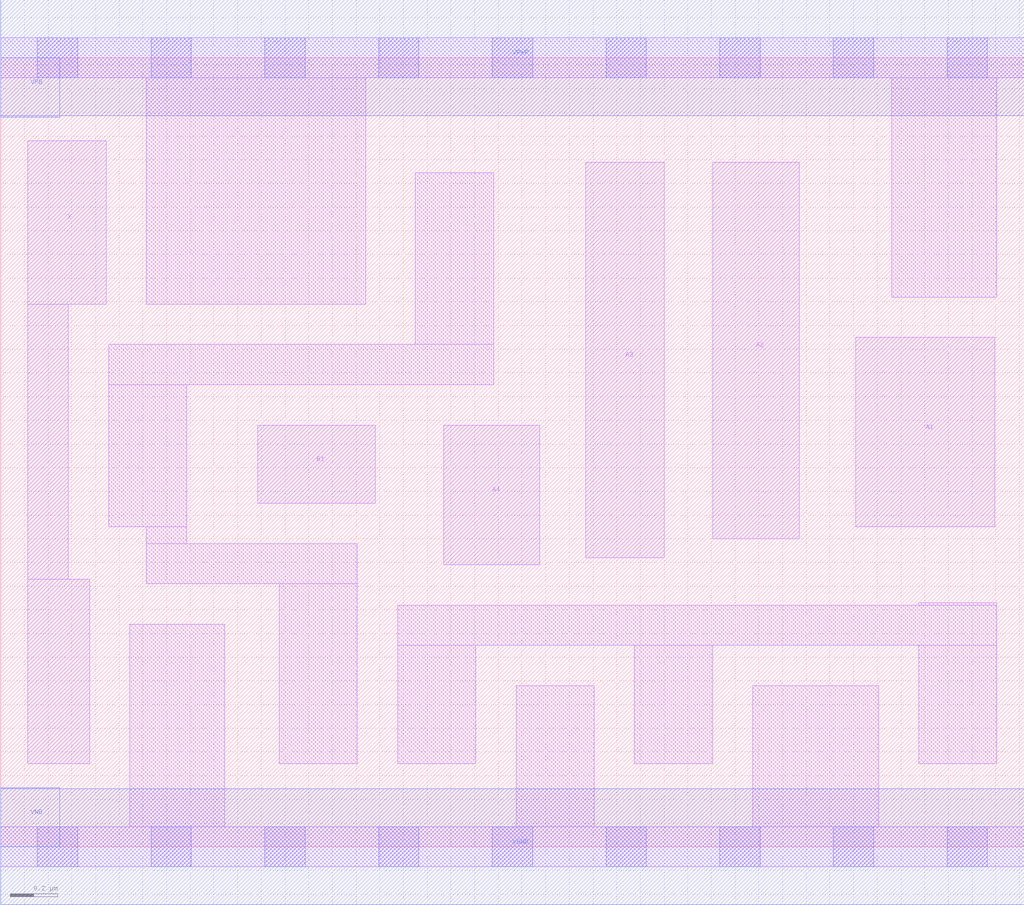
<source format=lef>
# Copyright 2020 The SkyWater PDK Authors
#
# Licensed under the Apache License, Version 2.0 (the "License");
# you may not use this file except in compliance with the License.
# You may obtain a copy of the License at
#
#     https://www.apache.org/licenses/LICENSE-2.0
#
# Unless required by applicable law or agreed to in writing, software
# distributed under the License is distributed on an "AS IS" BASIS,
# WITHOUT WARRANTIES OR CONDITIONS OF ANY KIND, either express or implied.
# See the License for the specific language governing permissions and
# limitations under the License.
#
# SPDX-License-Identifier: Apache-2.0

VERSION 5.5 ;
NAMESCASESENSITIVE ON ;
BUSBITCHARS "[]" ;
DIVIDERCHAR "/" ;
MACRO sky130_fd_sc_hs__o41a_1
  CLASS CORE ;
  SOURCE USER ;
  ORIGIN  0.000000  0.000000 ;
  SIZE  4.320000 BY  3.330000 ;
  SYMMETRY X Y ;
  SITE unit ;
  PIN A1
    ANTENNAGATEAREA  0.264000 ;
    DIRECTION INPUT ;
    USE SIGNAL ;
    PORT
      LAYER li1 ;
        RECT 3.610000 1.350000 4.195000 2.150000 ;
    END
  END A1
  PIN A2
    ANTENNAGATEAREA  0.264000 ;
    DIRECTION INPUT ;
    USE SIGNAL ;
    PORT
      LAYER li1 ;
        RECT 3.005000 1.300000 3.370000 2.890000 ;
    END
  END A2
  PIN A3
    ANTENNAGATEAREA  0.264000 ;
    DIRECTION INPUT ;
    USE SIGNAL ;
    PORT
      LAYER li1 ;
        RECT 2.470000 1.220000 2.800000 2.890000 ;
    END
  END A3
  PIN A4
    ANTENNAGATEAREA  0.264000 ;
    DIRECTION INPUT ;
    USE SIGNAL ;
    PORT
      LAYER li1 ;
        RECT 1.870000 1.190000 2.275000 1.780000 ;
    END
  END A4
  PIN B1
    ANTENNAGATEAREA  0.222000 ;
    DIRECTION INPUT ;
    USE SIGNAL ;
    PORT
      LAYER li1 ;
        RECT 1.085000 1.450000 1.580000 1.780000 ;
    END
  END B1
  PIN X
    ANTENNADIFFAREA  0.541300 ;
    DIRECTION OUTPUT ;
    USE SIGNAL ;
    PORT
      LAYER li1 ;
        RECT 0.115000 0.350000 0.375000 1.130000 ;
        RECT 0.115000 1.130000 0.285000 2.290000 ;
        RECT 0.115000 2.290000 0.445000 2.980000 ;
    END
  END X
  PIN VGND
    DIRECTION INOUT ;
    USE GROUND ;
    PORT
      LAYER met1 ;
        RECT 0.000000 -0.245000 4.320000 0.245000 ;
    END
  END VGND
  PIN VNB
    DIRECTION INOUT ;
    USE GROUND ;
    PORT
      LAYER met1 ;
        RECT 0.000000 0.000000 0.250000 0.250000 ;
    END
  END VNB
  PIN VPB
    DIRECTION INOUT ;
    USE POWER ;
    PORT
      LAYER met1 ;
        RECT 0.000000 3.080000 0.250000 3.330000 ;
    END
  END VPB
  PIN VPWR
    DIRECTION INOUT ;
    USE POWER ;
    PORT
      LAYER met1 ;
        RECT 0.000000 3.085000 4.320000 3.575000 ;
    END
  END VPWR
  OBS
    LAYER li1 ;
      RECT 0.000000 -0.085000 4.320000 0.085000 ;
      RECT 0.000000  3.245000 4.320000 3.415000 ;
      RECT 0.455000  1.350000 0.785000 1.950000 ;
      RECT 0.455000  1.950000 2.080000 2.120000 ;
      RECT 0.545000  0.085000 0.945000 0.940000 ;
      RECT 0.615000  1.110000 1.505000 1.280000 ;
      RECT 0.615000  1.280000 0.785000 1.350000 ;
      RECT 0.615000  2.290000 1.540000 3.245000 ;
      RECT 1.175000  0.350000 1.505000 1.110000 ;
      RECT 1.675000  0.350000 2.005000 0.850000 ;
      RECT 1.675000  0.850000 4.205000 1.020000 ;
      RECT 1.750000  2.120000 2.080000 2.845000 ;
      RECT 2.175000  0.085000 2.505000 0.680000 ;
      RECT 2.675000  0.350000 3.005000 0.850000 ;
      RECT 3.175000  0.085000 3.705000 0.680000 ;
      RECT 3.760000  2.320000 4.205000 3.245000 ;
      RECT 3.875000  0.350000 4.205000 0.850000 ;
      RECT 3.875000  1.020000 4.205000 1.030000 ;
    LAYER mcon ;
      RECT 0.155000 -0.085000 0.325000 0.085000 ;
      RECT 0.155000  3.245000 0.325000 3.415000 ;
      RECT 0.635000 -0.085000 0.805000 0.085000 ;
      RECT 0.635000  3.245000 0.805000 3.415000 ;
      RECT 1.115000 -0.085000 1.285000 0.085000 ;
      RECT 1.115000  3.245000 1.285000 3.415000 ;
      RECT 1.595000 -0.085000 1.765000 0.085000 ;
      RECT 1.595000  3.245000 1.765000 3.415000 ;
      RECT 2.075000 -0.085000 2.245000 0.085000 ;
      RECT 2.075000  3.245000 2.245000 3.415000 ;
      RECT 2.555000 -0.085000 2.725000 0.085000 ;
      RECT 2.555000  3.245000 2.725000 3.415000 ;
      RECT 3.035000 -0.085000 3.205000 0.085000 ;
      RECT 3.035000  3.245000 3.205000 3.415000 ;
      RECT 3.515000 -0.085000 3.685000 0.085000 ;
      RECT 3.515000  3.245000 3.685000 3.415000 ;
      RECT 3.995000 -0.085000 4.165000 0.085000 ;
      RECT 3.995000  3.245000 4.165000 3.415000 ;
  END
END sky130_fd_sc_hs__o41a_1

</source>
